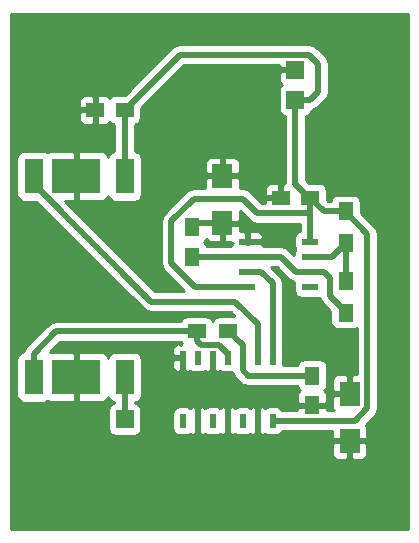
<source format=gbr>
G04 #@! TF.FileFunction,Copper,L1,Top,Signal*
%FSLAX46Y46*%
G04 Gerber Fmt 4.6, Leading zero omitted, Abs format (unit mm)*
G04 Created by KiCad (PCBNEW (2015-04-05 BZR 5577)-product) date Út 4. srpen 2015, 12:36:27 CEST*
%MOMM*%
G01*
G04 APERTURE LIST*
%ADD10C,0.100000*%
%ADD11R,1.300000X1.500000*%
%ADD12R,0.508000X1.143000*%
%ADD13R,1.399540X0.599440*%
%ADD14R,1.624000X3.000000*%
%ADD15R,4.100000X3.000000*%
%ADD16R,1.250000X1.500000*%
%ADD17R,1.500000X1.250000*%
%ADD18R,1.524000X1.524000*%
%ADD19R,1.500000X1.300000*%
%ADD20R,1.700000X2.000000*%
%ADD21C,0.500000*%
%ADD22C,0.254000*%
G04 APERTURE END LIST*
D10*
D11*
X202990000Y-112130000D03*
X202990000Y-109430000D03*
X203000000Y-115330000D03*
X203000000Y-118030000D03*
D12*
X196820000Y-121826000D03*
X195550000Y-121826000D03*
X194280000Y-121826000D03*
X193010000Y-121826000D03*
X191740000Y-121826000D03*
X190470000Y-121826000D03*
X189200000Y-121826000D03*
X189200000Y-127160000D03*
X190470000Y-127160000D03*
X191740000Y-127160000D03*
X193010000Y-127160000D03*
X194280000Y-127160000D03*
X195550000Y-127160000D03*
X196820000Y-127160000D03*
D13*
X199987000Y-112015000D03*
X194653000Y-112015000D03*
X199987000Y-113285000D03*
X199987000Y-114555000D03*
X199987000Y-115825000D03*
X194653000Y-113285000D03*
X194653000Y-114555000D03*
X194653000Y-115825000D03*
D14*
X184290000Y-106470000D03*
X184290000Y-123480000D03*
X176580000Y-123480000D03*
X176580000Y-106460000D03*
D15*
X180180000Y-106460000D03*
X180180000Y-123480000D03*
D16*
X200160000Y-125840000D03*
X200160000Y-123340000D03*
X189980000Y-110790000D03*
X189980000Y-113290000D03*
D17*
X200020000Y-108290000D03*
X197520000Y-108290000D03*
X184280000Y-100850000D03*
X181780000Y-100850000D03*
D18*
X198740000Y-97440000D03*
X198740000Y-99980000D03*
X184290000Y-127040000D03*
D19*
X190380000Y-119590000D03*
X193080000Y-119590000D03*
D20*
X192550000Y-110430000D03*
X192550000Y-106430000D03*
X203340000Y-124870000D03*
X203340000Y-128870000D03*
D21*
X192550000Y-110430000D02*
X190340000Y-110430000D01*
X190340000Y-110430000D02*
X189980000Y-110790000D01*
X196820000Y-127160000D02*
X203807202Y-127160000D01*
X204850000Y-124977202D02*
X204850000Y-123101100D01*
X203807202Y-127160000D02*
X204850000Y-126117202D01*
X204850000Y-126117202D02*
X204850000Y-124977202D01*
X204850000Y-123432202D02*
X204850000Y-123101100D01*
X204850000Y-123101100D02*
X204850000Y-111390000D01*
X194653000Y-115825000D02*
X190232798Y-115825000D01*
X190232798Y-115825000D02*
X188240000Y-113832202D01*
X188240000Y-113832202D02*
X188240000Y-110247798D01*
X188240000Y-110247798D02*
X190137798Y-108350000D01*
X190137798Y-108350000D02*
X194270000Y-108350000D01*
X194270000Y-108350000D02*
X195519944Y-109599944D01*
X195519944Y-109599944D02*
X200020000Y-109599944D01*
X198740000Y-99980000D02*
X200002000Y-99980000D01*
X200002000Y-99980000D02*
X200670000Y-99312000D01*
X200670000Y-99312000D02*
X200670000Y-96938798D01*
X200670000Y-96938798D02*
X199905201Y-96173999D01*
X199905201Y-96173999D02*
X188956001Y-96173999D01*
X188956001Y-96173999D02*
X184280000Y-100850000D01*
X198600000Y-99840000D02*
X198740000Y-99980000D01*
X204850000Y-111390000D02*
X202990000Y-109530000D01*
X202990000Y-109530000D02*
X202990000Y-109430000D01*
X199926055Y-109505999D02*
X200020000Y-109599944D01*
X200020000Y-108290000D02*
X200020000Y-109599944D01*
X200020000Y-109599944D02*
X200020000Y-111982000D01*
X198740000Y-99980000D02*
X198740000Y-107135000D01*
X198740000Y-107135000D02*
X199895000Y-108290000D01*
X199895000Y-108290000D02*
X200020000Y-108290000D01*
X202990000Y-109430000D02*
X201160000Y-109430000D01*
X201160000Y-109430000D02*
X200020000Y-108290000D01*
X200020000Y-111982000D02*
X199987000Y-112015000D01*
X184290000Y-106470000D02*
X184290000Y-100860000D01*
X184290000Y-100860000D02*
X184280000Y-100850000D01*
X200160000Y-123340000D02*
X194722500Y-123340000D01*
X194722500Y-123340000D02*
X194280000Y-122897500D01*
X194280000Y-122897500D02*
X194280000Y-121826000D01*
X193080000Y-119590000D02*
X194280000Y-120790000D01*
X194280000Y-120790000D02*
X194280000Y-121826000D01*
X194653000Y-113285000D02*
X189985000Y-113285000D01*
X189985000Y-113285000D02*
X189980000Y-113290000D01*
X199987000Y-114555000D02*
X198787230Y-114555000D01*
X198787230Y-114555000D02*
X197517230Y-113285000D01*
X197517230Y-113285000D02*
X195852770Y-113285000D01*
X195852770Y-113285000D02*
X194653000Y-113285000D01*
X203000000Y-118030000D02*
X203000000Y-117930000D01*
X203000000Y-117930000D02*
X201690000Y-116620000D01*
X201186770Y-114555000D02*
X199987000Y-114555000D01*
X201690000Y-116620000D02*
X201690000Y-115058230D01*
X201690000Y-115058230D02*
X201186770Y-114555000D01*
X184290000Y-123480000D02*
X184290000Y-127040000D01*
X199987000Y-113285000D02*
X201835000Y-113285000D01*
X201835000Y-113285000D02*
X202990000Y-112130000D01*
X203000000Y-115330000D02*
X203000000Y-112140000D01*
X203000000Y-112140000D02*
X202990000Y-112130000D01*
X176580000Y-123480000D02*
X176580000Y-121480000D01*
X176580000Y-121480000D02*
X178470000Y-119590000D01*
X178470000Y-119590000D02*
X189130000Y-119590000D01*
X189130000Y-119590000D02*
X190380000Y-119590000D01*
X190380000Y-119590000D02*
X190380000Y-120370000D01*
X190380000Y-120370000D02*
X190760499Y-120750499D01*
X190760499Y-120750499D02*
X192251999Y-120750499D01*
X192251999Y-120750499D02*
X193010000Y-121508500D01*
X193010000Y-121508500D02*
X193010000Y-121826000D01*
X194653000Y-114555000D02*
X195852770Y-114555000D01*
X195852770Y-114555000D02*
X196820000Y-115522230D01*
X196820000Y-115522230D02*
X196820000Y-120754500D01*
X196820000Y-120754500D02*
X196820000Y-121826000D01*
X176580000Y-106460000D02*
X176580000Y-107148000D01*
X176580000Y-107148000D02*
X186512000Y-117080000D01*
X186512000Y-117080000D02*
X193620000Y-117080000D01*
X193620000Y-117080000D02*
X195550000Y-119010000D01*
X195550000Y-119010000D02*
X195550000Y-120754500D01*
X195550000Y-120754500D02*
X195550000Y-121826000D01*
D22*
G36*
X190127000Y-110917000D02*
X190107000Y-110917000D01*
X190107000Y-110937000D01*
X189853000Y-110937000D01*
X189853000Y-110917000D01*
X189833000Y-110917000D01*
X189833000Y-110663000D01*
X189853000Y-110663000D01*
X189853000Y-110643000D01*
X190107000Y-110643000D01*
X190107000Y-110663000D01*
X190127000Y-110663000D01*
X190127000Y-110917000D01*
X190127000Y-110917000D01*
G37*
X190127000Y-110917000D02*
X190107000Y-110917000D01*
X190107000Y-110937000D01*
X189853000Y-110937000D01*
X189853000Y-110917000D01*
X189833000Y-110917000D01*
X189833000Y-110663000D01*
X189853000Y-110663000D01*
X189853000Y-110643000D01*
X190107000Y-110643000D01*
X190107000Y-110663000D01*
X190127000Y-110663000D01*
X190127000Y-110917000D01*
G36*
X199135000Y-111097375D02*
X199045107Y-111114817D01*
X198832303Y-111254607D01*
X198689853Y-111465640D01*
X198639790Y-111715280D01*
X198639790Y-112314720D01*
X198686767Y-112556843D01*
X198747813Y-112649774D01*
X198689853Y-112735640D01*
X198639790Y-112985280D01*
X198639790Y-113155980D01*
X198143020Y-112659210D01*
X197855905Y-112467367D01*
X197799714Y-112456189D01*
X197517230Y-112399999D01*
X197517224Y-112400000D01*
X195987770Y-112400000D01*
X195987770Y-112300750D01*
X195987770Y-111729250D01*
X195987770Y-111588971D01*
X195891097Y-111355582D01*
X195712469Y-111176953D01*
X195479080Y-111080280D01*
X195226461Y-111080280D01*
X194938750Y-111080280D01*
X194780000Y-111239030D01*
X194780000Y-111888000D01*
X195829020Y-111888000D01*
X195987770Y-111729250D01*
X195987770Y-112300750D01*
X195829020Y-112142000D01*
X194780000Y-112142000D01*
X194780000Y-112162000D01*
X194526000Y-112162000D01*
X194526000Y-112142000D01*
X194506000Y-112142000D01*
X194506000Y-111888000D01*
X194526000Y-111888000D01*
X194526000Y-111239030D01*
X194367250Y-111080280D01*
X194079539Y-111080280D01*
X194035000Y-111080280D01*
X194035000Y-110715750D01*
X193876250Y-110557000D01*
X192677000Y-110557000D01*
X192677000Y-111906250D01*
X192835750Y-112065000D01*
X193273691Y-112065000D01*
X193318230Y-112065000D01*
X193318230Y-112142002D01*
X193476978Y-112142002D01*
X193318230Y-112300750D01*
X193318230Y-112400000D01*
X191225277Y-112400000D01*
X191205463Y-112297877D01*
X191065673Y-112085073D01*
X191001362Y-112041662D01*
X191143327Y-111899698D01*
X191180918Y-111808943D01*
X191340301Y-111968327D01*
X191573690Y-112065000D01*
X191826309Y-112065000D01*
X192264250Y-112065000D01*
X192423000Y-111906250D01*
X192423000Y-110557000D01*
X192403000Y-110557000D01*
X192403000Y-110303000D01*
X192423000Y-110303000D01*
X192423000Y-110283000D01*
X192677000Y-110283000D01*
X192677000Y-110303000D01*
X193876250Y-110303000D01*
X194035000Y-110144250D01*
X194035000Y-109366579D01*
X194894151Y-110225730D01*
X194894154Y-110225734D01*
X194894155Y-110225734D01*
X195181269Y-110417577D01*
X195181270Y-110417577D01*
X195237459Y-110428754D01*
X195519944Y-110484945D01*
X195519944Y-110484944D01*
X195519949Y-110484944D01*
X199135000Y-110484944D01*
X199135000Y-111097375D01*
X199135000Y-111097375D01*
G37*
X199135000Y-111097375D02*
X199045107Y-111114817D01*
X198832303Y-111254607D01*
X198689853Y-111465640D01*
X198639790Y-111715280D01*
X198639790Y-112314720D01*
X198686767Y-112556843D01*
X198747813Y-112649774D01*
X198689853Y-112735640D01*
X198639790Y-112985280D01*
X198639790Y-113155980D01*
X198143020Y-112659210D01*
X197855905Y-112467367D01*
X197799714Y-112456189D01*
X197517230Y-112399999D01*
X197517224Y-112400000D01*
X195987770Y-112400000D01*
X195987770Y-112300750D01*
X195987770Y-111729250D01*
X195987770Y-111588971D01*
X195891097Y-111355582D01*
X195712469Y-111176953D01*
X195479080Y-111080280D01*
X195226461Y-111080280D01*
X194938750Y-111080280D01*
X194780000Y-111239030D01*
X194780000Y-111888000D01*
X195829020Y-111888000D01*
X195987770Y-111729250D01*
X195987770Y-112300750D01*
X195829020Y-112142000D01*
X194780000Y-112142000D01*
X194780000Y-112162000D01*
X194526000Y-112162000D01*
X194526000Y-112142000D01*
X194506000Y-112142000D01*
X194506000Y-111888000D01*
X194526000Y-111888000D01*
X194526000Y-111239030D01*
X194367250Y-111080280D01*
X194079539Y-111080280D01*
X194035000Y-111080280D01*
X194035000Y-110715750D01*
X193876250Y-110557000D01*
X192677000Y-110557000D01*
X192677000Y-111906250D01*
X192835750Y-112065000D01*
X193273691Y-112065000D01*
X193318230Y-112065000D01*
X193318230Y-112142002D01*
X193476978Y-112142002D01*
X193318230Y-112300750D01*
X193318230Y-112400000D01*
X191225277Y-112400000D01*
X191205463Y-112297877D01*
X191065673Y-112085073D01*
X191001362Y-112041662D01*
X191143327Y-111899698D01*
X191180918Y-111808943D01*
X191340301Y-111968327D01*
X191573690Y-112065000D01*
X191826309Y-112065000D01*
X192264250Y-112065000D01*
X192423000Y-111906250D01*
X192423000Y-110557000D01*
X192403000Y-110557000D01*
X192403000Y-110303000D01*
X192423000Y-110303000D01*
X192423000Y-110283000D01*
X192677000Y-110283000D01*
X192677000Y-110303000D01*
X193876250Y-110303000D01*
X194035000Y-110144250D01*
X194035000Y-109366579D01*
X194894151Y-110225730D01*
X194894154Y-110225734D01*
X194894155Y-110225734D01*
X195181269Y-110417577D01*
X195181270Y-110417577D01*
X195237459Y-110428754D01*
X195519944Y-110484945D01*
X195519944Y-110484944D01*
X195519949Y-110484944D01*
X199135000Y-110484944D01*
X199135000Y-111097375D01*
G36*
X208290000Y-136290000D02*
X205735001Y-136290000D01*
X205735001Y-126117202D01*
X205735000Y-126117196D01*
X205735000Y-124977202D01*
X205735000Y-123432202D01*
X205735000Y-123101100D01*
X205735000Y-111390005D01*
X205735000Y-111390000D01*
X205735001Y-111390000D01*
X205667633Y-111051325D01*
X205475790Y-110764210D01*
X205475786Y-110764207D01*
X204287440Y-109575860D01*
X204287440Y-108680000D01*
X204240463Y-108437877D01*
X204100673Y-108225073D01*
X203889640Y-108082623D01*
X203640000Y-108032560D01*
X202340000Y-108032560D01*
X202097877Y-108079537D01*
X201885073Y-108219327D01*
X201742623Y-108430360D01*
X201719633Y-108545000D01*
X201526579Y-108545000D01*
X201417440Y-108435860D01*
X201417440Y-107665000D01*
X201370463Y-107422877D01*
X201230673Y-107210073D01*
X201019640Y-107067623D01*
X200770000Y-107017560D01*
X199874139Y-107017560D01*
X199625000Y-106768420D01*
X199625000Y-101365575D01*
X199744123Y-101342463D01*
X199956927Y-101202673D01*
X200099377Y-100991640D01*
X200129874Y-100839564D01*
X200284484Y-100808810D01*
X200340674Y-100797633D01*
X200340675Y-100797633D01*
X200627790Y-100605790D01*
X201295786Y-99937792D01*
X201295790Y-99937790D01*
X201295790Y-99937789D01*
X201487633Y-99650675D01*
X201487633Y-99650674D01*
X201498810Y-99594484D01*
X201555000Y-99312000D01*
X201555001Y-99312000D01*
X201555000Y-99311994D01*
X201555000Y-96938803D01*
X201555000Y-96938798D01*
X201555001Y-96938798D01*
X201487633Y-96600123D01*
X201295790Y-96313008D01*
X201295786Y-96313005D01*
X200530991Y-95548209D01*
X200243876Y-95356366D01*
X200187685Y-95345188D01*
X199905201Y-95288998D01*
X199905195Y-95288999D01*
X188956006Y-95288999D01*
X188956001Y-95288998D01*
X188673516Y-95345188D01*
X188617326Y-95356366D01*
X188330211Y-95548209D01*
X188330208Y-95548212D01*
X184300860Y-99577560D01*
X183530000Y-99577560D01*
X183287877Y-99624537D01*
X183075073Y-99764327D01*
X183031662Y-99828637D01*
X182889698Y-99686673D01*
X182656309Y-99590000D01*
X182065750Y-99590000D01*
X181907000Y-99748750D01*
X181907000Y-100723000D01*
X181927000Y-100723000D01*
X181927000Y-100977000D01*
X181907000Y-100977000D01*
X181907000Y-101951250D01*
X182065750Y-102110000D01*
X182656309Y-102110000D01*
X182889698Y-102013327D01*
X183031176Y-101871849D01*
X183069327Y-101929927D01*
X183280360Y-102072377D01*
X183405000Y-102097372D01*
X183405000Y-104336723D01*
X183235877Y-104369537D01*
X183023073Y-104509327D01*
X182880623Y-104720360D01*
X182860213Y-104822134D01*
X182768327Y-104600302D01*
X182589699Y-104421673D01*
X182356310Y-104325000D01*
X182103691Y-104325000D01*
X181653000Y-104325000D01*
X181653000Y-101951250D01*
X181653000Y-100977000D01*
X181653000Y-100723000D01*
X181653000Y-99748750D01*
X181494250Y-99590000D01*
X180903691Y-99590000D01*
X180670302Y-99686673D01*
X180491673Y-99865301D01*
X180395000Y-100098690D01*
X180395000Y-100351309D01*
X180395000Y-100564250D01*
X180553750Y-100723000D01*
X181653000Y-100723000D01*
X181653000Y-100977000D01*
X180553750Y-100977000D01*
X180395000Y-101135750D01*
X180395000Y-101348691D01*
X180395000Y-101601310D01*
X180491673Y-101834699D01*
X180670302Y-102013327D01*
X180903691Y-102110000D01*
X181494250Y-102110000D01*
X181653000Y-101951250D01*
X181653000Y-104325000D01*
X180465750Y-104325000D01*
X180307000Y-104483750D01*
X180307000Y-106333000D01*
X180327000Y-106333000D01*
X180327000Y-106587000D01*
X180307000Y-106587000D01*
X180307000Y-108436250D01*
X180465750Y-108595000D01*
X182103691Y-108595000D01*
X182356310Y-108595000D01*
X182589699Y-108498327D01*
X182768327Y-108319698D01*
X182856913Y-108105830D01*
X182877537Y-108212123D01*
X183017327Y-108424927D01*
X183228360Y-108567377D01*
X183478000Y-108617440D01*
X185102000Y-108617440D01*
X185344123Y-108570463D01*
X185556927Y-108430673D01*
X185699377Y-108219640D01*
X185749440Y-107970000D01*
X185749440Y-104970000D01*
X185702463Y-104727877D01*
X185562673Y-104515073D01*
X185351640Y-104372623D01*
X185175000Y-104337199D01*
X185175000Y-102094306D01*
X185272123Y-102075463D01*
X185484927Y-101935673D01*
X185627377Y-101724640D01*
X185677440Y-101475000D01*
X185677440Y-100704139D01*
X189322580Y-97058999D01*
X197343000Y-97058999D01*
X197343000Y-97154250D01*
X197501750Y-97313000D01*
X198613000Y-97313000D01*
X198613000Y-97293000D01*
X198867000Y-97293000D01*
X198867000Y-97313000D01*
X198887000Y-97313000D01*
X198887000Y-97567000D01*
X198867000Y-97567000D01*
X198867000Y-97587000D01*
X198613000Y-97587000D01*
X198613000Y-97567000D01*
X197501750Y-97567000D01*
X197343000Y-97725750D01*
X197343000Y-98075691D01*
X197343000Y-98328310D01*
X197439673Y-98561699D01*
X197590807Y-98712832D01*
X197523073Y-98757327D01*
X197380623Y-98968360D01*
X197330560Y-99218000D01*
X197330560Y-100742000D01*
X197377537Y-100984123D01*
X197517327Y-101196927D01*
X197728360Y-101339377D01*
X197855000Y-101364773D01*
X197855000Y-107030000D01*
X197805750Y-107030000D01*
X197647000Y-107188750D01*
X197647000Y-108163000D01*
X197667000Y-108163000D01*
X197667000Y-108417000D01*
X197647000Y-108417000D01*
X197647000Y-108437000D01*
X197393000Y-108437000D01*
X197393000Y-108417000D01*
X197393000Y-108163000D01*
X197393000Y-107188750D01*
X197234250Y-107030000D01*
X196643691Y-107030000D01*
X196410302Y-107126673D01*
X196231673Y-107305301D01*
X196135000Y-107538690D01*
X196135000Y-107791309D01*
X196135000Y-108004250D01*
X196293750Y-108163000D01*
X197393000Y-108163000D01*
X197393000Y-108417000D01*
X196293750Y-108417000D01*
X196135000Y-108575750D01*
X196135000Y-108714944D01*
X195886523Y-108714944D01*
X194895790Y-107724210D01*
X194608675Y-107532367D01*
X194552484Y-107521189D01*
X194270000Y-107464999D01*
X194269994Y-107465000D01*
X194035000Y-107465000D01*
X194035000Y-106715750D01*
X194035000Y-106144250D01*
X194035000Y-105303691D01*
X193938327Y-105070302D01*
X193759699Y-104891673D01*
X193526310Y-104795000D01*
X193273691Y-104795000D01*
X192835750Y-104795000D01*
X192677000Y-104953750D01*
X192677000Y-106303000D01*
X193876250Y-106303000D01*
X194035000Y-106144250D01*
X194035000Y-106715750D01*
X193876250Y-106557000D01*
X192677000Y-106557000D01*
X192677000Y-106577000D01*
X192423000Y-106577000D01*
X192423000Y-106557000D01*
X192423000Y-106303000D01*
X192423000Y-104953750D01*
X192264250Y-104795000D01*
X191826309Y-104795000D01*
X191573690Y-104795000D01*
X191340301Y-104891673D01*
X191161673Y-105070302D01*
X191065000Y-105303691D01*
X191065000Y-106144250D01*
X191223750Y-106303000D01*
X192423000Y-106303000D01*
X192423000Y-106557000D01*
X191223750Y-106557000D01*
X191065000Y-106715750D01*
X191065000Y-107465000D01*
X190137803Y-107465000D01*
X190137798Y-107464999D01*
X189855313Y-107521189D01*
X189799123Y-107532367D01*
X189512008Y-107724210D01*
X189512005Y-107724213D01*
X187614210Y-109622008D01*
X187422367Y-109909123D01*
X187411189Y-109965313D01*
X187354999Y-110247798D01*
X187355000Y-110247803D01*
X187355000Y-113832196D01*
X187354999Y-113832202D01*
X187411189Y-114114686D01*
X187422367Y-114170877D01*
X187614210Y-114457992D01*
X189351218Y-116195000D01*
X186878579Y-116195000D01*
X179278579Y-108595000D01*
X179894250Y-108595000D01*
X180053000Y-108436250D01*
X180053000Y-106587000D01*
X180033000Y-106587000D01*
X180033000Y-106333000D01*
X180053000Y-106333000D01*
X180053000Y-104483750D01*
X179894250Y-104325000D01*
X178256309Y-104325000D01*
X178003690Y-104325000D01*
X177770301Y-104421673D01*
X177753705Y-104438268D01*
X177641640Y-104362623D01*
X177392000Y-104312560D01*
X175768000Y-104312560D01*
X175525877Y-104359537D01*
X175313073Y-104499327D01*
X175170623Y-104710360D01*
X175120560Y-104960000D01*
X175120560Y-107960000D01*
X175167537Y-108202123D01*
X175307327Y-108414927D01*
X175518360Y-108557377D01*
X175768000Y-108607440D01*
X176787860Y-108607440D01*
X185886207Y-117705786D01*
X185886210Y-117705790D01*
X186173325Y-117897633D01*
X186512000Y-117965001D01*
X186512000Y-117965000D01*
X186512005Y-117965000D01*
X193253420Y-117965000D01*
X193580980Y-118292560D01*
X192330000Y-118292560D01*
X192087877Y-118339537D01*
X191875073Y-118479327D01*
X191732623Y-118690360D01*
X191730783Y-118699530D01*
X191730463Y-118697877D01*
X191590673Y-118485073D01*
X191379640Y-118342623D01*
X191130000Y-118292560D01*
X189630000Y-118292560D01*
X189387877Y-118339537D01*
X189175073Y-118479327D01*
X189032623Y-118690360D01*
X189029687Y-118705000D01*
X178470005Y-118705000D01*
X178470000Y-118704999D01*
X178187515Y-118761189D01*
X178131325Y-118772367D01*
X177844210Y-118964210D01*
X177844207Y-118964213D01*
X175954210Y-120854210D01*
X175762367Y-121141325D01*
X175751189Y-121197515D01*
X175722574Y-121341373D01*
X175525877Y-121379537D01*
X175313073Y-121519327D01*
X175170623Y-121730360D01*
X175120560Y-121980000D01*
X175120560Y-124980000D01*
X175167537Y-125222123D01*
X175307327Y-125434927D01*
X175518360Y-125577377D01*
X175768000Y-125627440D01*
X177392000Y-125627440D01*
X177634123Y-125580463D01*
X177753813Y-125501839D01*
X177770301Y-125518327D01*
X178003690Y-125615000D01*
X178256309Y-125615000D01*
X179894250Y-125615000D01*
X180053000Y-125456250D01*
X180053000Y-123607000D01*
X180033000Y-123607000D01*
X180033000Y-123353000D01*
X180053000Y-123353000D01*
X180053000Y-121503750D01*
X179894250Y-121345000D01*
X178256309Y-121345000D01*
X178003690Y-121345000D01*
X177940338Y-121371241D01*
X178836579Y-120475000D01*
X189028154Y-120475000D01*
X189029537Y-120482123D01*
X189119779Y-120619500D01*
X189072998Y-120619500D01*
X189072998Y-120778248D01*
X188914250Y-120619500D01*
X188819691Y-120619500D01*
X188586302Y-120716173D01*
X188407673Y-120894801D01*
X188311000Y-121128190D01*
X188311000Y-121380809D01*
X188311000Y-121540250D01*
X188469750Y-121699000D01*
X189073000Y-121699000D01*
X189073000Y-121679000D01*
X189327000Y-121679000D01*
X189327000Y-121699000D01*
X189347000Y-121699000D01*
X189347000Y-121953000D01*
X189327000Y-121953000D01*
X189327000Y-122873750D01*
X189485750Y-123032500D01*
X189580309Y-123032500D01*
X189813698Y-122935827D01*
X189839965Y-122909559D01*
X189966360Y-122994877D01*
X190216000Y-123044940D01*
X190724000Y-123044940D01*
X190966123Y-122997963D01*
X191100298Y-122909823D01*
X191126302Y-122935827D01*
X191359691Y-123032500D01*
X191454250Y-123032500D01*
X191613000Y-122873750D01*
X191613000Y-121953000D01*
X191593000Y-121953000D01*
X191593000Y-121699000D01*
X191613000Y-121699000D01*
X191613000Y-121679000D01*
X191867000Y-121679000D01*
X191867000Y-121699000D01*
X191887000Y-121699000D01*
X191887000Y-121953000D01*
X191867000Y-121953000D01*
X191867000Y-122873750D01*
X192025750Y-123032500D01*
X192120309Y-123032500D01*
X192353698Y-122935827D01*
X192379965Y-122909559D01*
X192506360Y-122994877D01*
X192756000Y-123044940D01*
X193264000Y-123044940D01*
X193418369Y-123014989D01*
X193451189Y-123179984D01*
X193462367Y-123236175D01*
X193654210Y-123523290D01*
X194096707Y-123965786D01*
X194096710Y-123965790D01*
X194096711Y-123965790D01*
X194288554Y-124093975D01*
X194383825Y-124157633D01*
X194383826Y-124157634D01*
X194722500Y-124225001D01*
X194722500Y-124225000D01*
X194722505Y-124225000D01*
X198913752Y-124225000D01*
X198934537Y-124332123D01*
X199074327Y-124544927D01*
X199138637Y-124588337D01*
X198996673Y-124730302D01*
X198900000Y-124963691D01*
X198900000Y-125554250D01*
X199058750Y-125713000D01*
X200033000Y-125713000D01*
X200033000Y-125693000D01*
X200287000Y-125693000D01*
X200287000Y-125713000D01*
X201261250Y-125713000D01*
X201420000Y-125554250D01*
X201420000Y-124963691D01*
X201323327Y-124730302D01*
X201181849Y-124588823D01*
X201239927Y-124550673D01*
X201382377Y-124339640D01*
X201432440Y-124090000D01*
X201432440Y-122590000D01*
X201385463Y-122347877D01*
X201245673Y-122135073D01*
X201034640Y-121992623D01*
X200785000Y-121942560D01*
X199535000Y-121942560D01*
X199292877Y-121989537D01*
X199080073Y-122129327D01*
X198937623Y-122340360D01*
X198914633Y-122455000D01*
X197709908Y-122455000D01*
X197721440Y-122397500D01*
X197721440Y-121254500D01*
X197705000Y-121169767D01*
X197705000Y-120754500D01*
X197705000Y-115522235D01*
X197705000Y-115522230D01*
X197705001Y-115522230D01*
X197648810Y-115239745D01*
X197637633Y-115183556D01*
X197637633Y-115183555D01*
X197445790Y-114896441D01*
X197445790Y-114896440D01*
X197445786Y-114896437D01*
X196719349Y-114170000D01*
X197150650Y-114170000D01*
X198161437Y-115180786D01*
X198161440Y-115180790D01*
X198448555Y-115372633D01*
X198661891Y-115415069D01*
X198639790Y-115525280D01*
X198639790Y-116124720D01*
X198686767Y-116366843D01*
X198826557Y-116579647D01*
X199037590Y-116722097D01*
X199287230Y-116772160D01*
X200686770Y-116772160D01*
X200829748Y-116744419D01*
X200861189Y-116902484D01*
X200872367Y-116958675D01*
X201064210Y-117245790D01*
X201702560Y-117884139D01*
X201702560Y-118780000D01*
X201749537Y-119022123D01*
X201889327Y-119234927D01*
X202100360Y-119377377D01*
X202350000Y-119427440D01*
X203650000Y-119427440D01*
X203892123Y-119380463D01*
X203965000Y-119332590D01*
X203965000Y-123101100D01*
X203965000Y-123235000D01*
X203625750Y-123235000D01*
X203467000Y-123393750D01*
X203467000Y-124743000D01*
X203487000Y-124743000D01*
X203487000Y-124997000D01*
X203467000Y-124997000D01*
X203467000Y-125017000D01*
X203213000Y-125017000D01*
X203213000Y-124997000D01*
X203213000Y-124743000D01*
X203213000Y-123393750D01*
X203054250Y-123235000D01*
X202616309Y-123235000D01*
X202363690Y-123235000D01*
X202130301Y-123331673D01*
X201951673Y-123510302D01*
X201855000Y-123743691D01*
X201855000Y-124584250D01*
X202013750Y-124743000D01*
X203213000Y-124743000D01*
X203213000Y-124997000D01*
X202013750Y-124997000D01*
X201855000Y-125155750D01*
X201855000Y-125996309D01*
X201951673Y-126229698D01*
X201996974Y-126275000D01*
X201420000Y-126275000D01*
X201420000Y-126125750D01*
X201261250Y-125967000D01*
X200287000Y-125967000D01*
X200287000Y-125987000D01*
X200033000Y-125987000D01*
X200033000Y-125967000D01*
X199058750Y-125967000D01*
X198900000Y-126125750D01*
X198900000Y-126275000D01*
X197627575Y-126275000D01*
X197534673Y-126133573D01*
X197323640Y-125991123D01*
X197074000Y-125941060D01*
X196566000Y-125941060D01*
X196323877Y-125988037D01*
X196189701Y-126076176D01*
X196163698Y-126050173D01*
X195930309Y-125953500D01*
X195835750Y-125953500D01*
X195677000Y-126112250D01*
X195677000Y-127033000D01*
X195697000Y-127033000D01*
X195697000Y-127287000D01*
X195677000Y-127287000D01*
X195677000Y-128207750D01*
X195835750Y-128366500D01*
X195930309Y-128366500D01*
X196163698Y-128269827D01*
X196189965Y-128243559D01*
X196316360Y-128328877D01*
X196566000Y-128378940D01*
X197074000Y-128378940D01*
X197316123Y-128331963D01*
X197528927Y-128192173D01*
X197628270Y-128045000D01*
X201855000Y-128045000D01*
X201855000Y-128584250D01*
X202013750Y-128743000D01*
X203213000Y-128743000D01*
X203213000Y-128723000D01*
X203467000Y-128723000D01*
X203467000Y-128743000D01*
X204666250Y-128743000D01*
X204825000Y-128584250D01*
X204825000Y-127743691D01*
X204728327Y-127510302D01*
X204718403Y-127500378D01*
X205475786Y-126742994D01*
X205475789Y-126742992D01*
X205475790Y-126742992D01*
X205667633Y-126455877D01*
X205735000Y-126117202D01*
X205735001Y-126117202D01*
X205735001Y-136290000D01*
X204825000Y-136290000D01*
X204825000Y-129996309D01*
X204825000Y-129155750D01*
X204666250Y-128997000D01*
X203467000Y-128997000D01*
X203467000Y-130346250D01*
X203625750Y-130505000D01*
X204063691Y-130505000D01*
X204316310Y-130505000D01*
X204549699Y-130408327D01*
X204728327Y-130229698D01*
X204825000Y-129996309D01*
X204825000Y-136290000D01*
X203213000Y-136290000D01*
X203213000Y-130346250D01*
X203213000Y-128997000D01*
X202013750Y-128997000D01*
X201855000Y-129155750D01*
X201855000Y-129996309D01*
X201951673Y-130229698D01*
X202130301Y-130408327D01*
X202363690Y-130505000D01*
X202616309Y-130505000D01*
X203054250Y-130505000D01*
X203213000Y-130346250D01*
X203213000Y-136290000D01*
X195423000Y-136290000D01*
X195423000Y-128207750D01*
X195423000Y-127287000D01*
X195403000Y-127287000D01*
X195403000Y-127033000D01*
X195423000Y-127033000D01*
X195423000Y-126112250D01*
X195264250Y-125953500D01*
X195169691Y-125953500D01*
X194936302Y-126050173D01*
X194910034Y-126076440D01*
X194783640Y-125991123D01*
X194534000Y-125941060D01*
X194026000Y-125941060D01*
X193783877Y-125988037D01*
X193649701Y-126076176D01*
X193623698Y-126050173D01*
X193390309Y-125953500D01*
X193295750Y-125953500D01*
X193137000Y-126112250D01*
X193137000Y-127033000D01*
X193157000Y-127033000D01*
X193157000Y-127287000D01*
X193137000Y-127287000D01*
X193137000Y-128207750D01*
X193295750Y-128366500D01*
X193390309Y-128366500D01*
X193623698Y-128269827D01*
X193649965Y-128243559D01*
X193776360Y-128328877D01*
X194026000Y-128378940D01*
X194534000Y-128378940D01*
X194776123Y-128331963D01*
X194910298Y-128243823D01*
X194936302Y-128269827D01*
X195169691Y-128366500D01*
X195264250Y-128366500D01*
X195423000Y-128207750D01*
X195423000Y-136290000D01*
X192883000Y-136290000D01*
X192883000Y-128207750D01*
X192883000Y-127287000D01*
X192863000Y-127287000D01*
X192863000Y-127033000D01*
X192883000Y-127033000D01*
X192883000Y-126112250D01*
X192724250Y-125953500D01*
X192629691Y-125953500D01*
X192396302Y-126050173D01*
X192370034Y-126076440D01*
X192243640Y-125991123D01*
X191994000Y-125941060D01*
X191486000Y-125941060D01*
X191243877Y-125988037D01*
X191109701Y-126076176D01*
X191083698Y-126050173D01*
X190850309Y-125953500D01*
X190755750Y-125953500D01*
X190597000Y-126112250D01*
X190597000Y-127033000D01*
X190617000Y-127033000D01*
X190617000Y-127287000D01*
X190597000Y-127287000D01*
X190597000Y-128207750D01*
X190755750Y-128366500D01*
X190850309Y-128366500D01*
X191083698Y-128269827D01*
X191109965Y-128243559D01*
X191236360Y-128328877D01*
X191486000Y-128378940D01*
X191994000Y-128378940D01*
X192236123Y-128331963D01*
X192370298Y-128243823D01*
X192396302Y-128269827D01*
X192629691Y-128366500D01*
X192724250Y-128366500D01*
X192883000Y-128207750D01*
X192883000Y-136290000D01*
X190343000Y-136290000D01*
X190343000Y-128207750D01*
X190343000Y-127287000D01*
X190323000Y-127287000D01*
X190323000Y-127033000D01*
X190343000Y-127033000D01*
X190343000Y-126112250D01*
X190184250Y-125953500D01*
X190089691Y-125953500D01*
X189856302Y-126050173D01*
X189830034Y-126076440D01*
X189703640Y-125991123D01*
X189454000Y-125941060D01*
X189073000Y-125941060D01*
X189073000Y-122873750D01*
X189073000Y-121953000D01*
X188469750Y-121953000D01*
X188311000Y-122111750D01*
X188311000Y-122271191D01*
X188311000Y-122523810D01*
X188407673Y-122757199D01*
X188586302Y-122935827D01*
X188819691Y-123032500D01*
X188914250Y-123032500D01*
X189073000Y-122873750D01*
X189073000Y-125941060D01*
X188946000Y-125941060D01*
X188703877Y-125988037D01*
X188491073Y-126127827D01*
X188348623Y-126338860D01*
X188298560Y-126588500D01*
X188298560Y-127731500D01*
X188345537Y-127973623D01*
X188485327Y-128186427D01*
X188696360Y-128328877D01*
X188946000Y-128378940D01*
X189454000Y-128378940D01*
X189696123Y-128331963D01*
X189830298Y-128243823D01*
X189856302Y-128269827D01*
X190089691Y-128366500D01*
X190184250Y-128366500D01*
X190343000Y-128207750D01*
X190343000Y-136290000D01*
X185749440Y-136290000D01*
X185749440Y-124980000D01*
X185749440Y-121980000D01*
X185702463Y-121737877D01*
X185562673Y-121525073D01*
X185351640Y-121382623D01*
X185102000Y-121332560D01*
X183478000Y-121332560D01*
X183235877Y-121379537D01*
X183023073Y-121519327D01*
X182880623Y-121730360D01*
X182858861Y-121838872D01*
X182768327Y-121620302D01*
X182589699Y-121441673D01*
X182356310Y-121345000D01*
X182103691Y-121345000D01*
X180465750Y-121345000D01*
X180307000Y-121503750D01*
X180307000Y-123353000D01*
X180327000Y-123353000D01*
X180327000Y-123607000D01*
X180307000Y-123607000D01*
X180307000Y-125456250D01*
X180465750Y-125615000D01*
X182103691Y-125615000D01*
X182356310Y-125615000D01*
X182589699Y-125518327D01*
X182768327Y-125339698D01*
X182858235Y-125122640D01*
X182877537Y-125222123D01*
X183017327Y-125434927D01*
X183228360Y-125577377D01*
X183405000Y-125612800D01*
X183405000Y-125654424D01*
X183285877Y-125677537D01*
X183073073Y-125817327D01*
X182930623Y-126028360D01*
X182880560Y-126278000D01*
X182880560Y-127802000D01*
X182927537Y-128044123D01*
X183067327Y-128256927D01*
X183278360Y-128399377D01*
X183528000Y-128449440D01*
X185052000Y-128449440D01*
X185294123Y-128402463D01*
X185506927Y-128262673D01*
X185649377Y-128051640D01*
X185699440Y-127802000D01*
X185699440Y-126278000D01*
X185652463Y-126035877D01*
X185512673Y-125823073D01*
X185301640Y-125680623D01*
X185175000Y-125655226D01*
X185175000Y-125613276D01*
X185344123Y-125580463D01*
X185556927Y-125440673D01*
X185699377Y-125229640D01*
X185749440Y-124980000D01*
X185749440Y-136290000D01*
X174710000Y-136290000D01*
X174710000Y-92710000D01*
X208290000Y-92710000D01*
X208290000Y-136290000D01*
X208290000Y-136290000D01*
G37*
X208290000Y-136290000D02*
X205735001Y-136290000D01*
X205735001Y-126117202D01*
X205735000Y-126117196D01*
X205735000Y-124977202D01*
X205735000Y-123432202D01*
X205735000Y-123101100D01*
X205735000Y-111390005D01*
X205735000Y-111390000D01*
X205735001Y-111390000D01*
X205667633Y-111051325D01*
X205475790Y-110764210D01*
X205475786Y-110764207D01*
X204287440Y-109575860D01*
X204287440Y-108680000D01*
X204240463Y-108437877D01*
X204100673Y-108225073D01*
X203889640Y-108082623D01*
X203640000Y-108032560D01*
X202340000Y-108032560D01*
X202097877Y-108079537D01*
X201885073Y-108219327D01*
X201742623Y-108430360D01*
X201719633Y-108545000D01*
X201526579Y-108545000D01*
X201417440Y-108435860D01*
X201417440Y-107665000D01*
X201370463Y-107422877D01*
X201230673Y-107210073D01*
X201019640Y-107067623D01*
X200770000Y-107017560D01*
X199874139Y-107017560D01*
X199625000Y-106768420D01*
X199625000Y-101365575D01*
X199744123Y-101342463D01*
X199956927Y-101202673D01*
X200099377Y-100991640D01*
X200129874Y-100839564D01*
X200284484Y-100808810D01*
X200340674Y-100797633D01*
X200340675Y-100797633D01*
X200627790Y-100605790D01*
X201295786Y-99937792D01*
X201295790Y-99937790D01*
X201295790Y-99937789D01*
X201487633Y-99650675D01*
X201487633Y-99650674D01*
X201498810Y-99594484D01*
X201555000Y-99312000D01*
X201555001Y-99312000D01*
X201555000Y-99311994D01*
X201555000Y-96938803D01*
X201555000Y-96938798D01*
X201555001Y-96938798D01*
X201487633Y-96600123D01*
X201295790Y-96313008D01*
X201295786Y-96313005D01*
X200530991Y-95548209D01*
X200243876Y-95356366D01*
X200187685Y-95345188D01*
X199905201Y-95288998D01*
X199905195Y-95288999D01*
X188956006Y-95288999D01*
X188956001Y-95288998D01*
X188673516Y-95345188D01*
X188617326Y-95356366D01*
X188330211Y-95548209D01*
X188330208Y-95548212D01*
X184300860Y-99577560D01*
X183530000Y-99577560D01*
X183287877Y-99624537D01*
X183075073Y-99764327D01*
X183031662Y-99828637D01*
X182889698Y-99686673D01*
X182656309Y-99590000D01*
X182065750Y-99590000D01*
X181907000Y-99748750D01*
X181907000Y-100723000D01*
X181927000Y-100723000D01*
X181927000Y-100977000D01*
X181907000Y-100977000D01*
X181907000Y-101951250D01*
X182065750Y-102110000D01*
X182656309Y-102110000D01*
X182889698Y-102013327D01*
X183031176Y-101871849D01*
X183069327Y-101929927D01*
X183280360Y-102072377D01*
X183405000Y-102097372D01*
X183405000Y-104336723D01*
X183235877Y-104369537D01*
X183023073Y-104509327D01*
X182880623Y-104720360D01*
X182860213Y-104822134D01*
X182768327Y-104600302D01*
X182589699Y-104421673D01*
X182356310Y-104325000D01*
X182103691Y-104325000D01*
X181653000Y-104325000D01*
X181653000Y-101951250D01*
X181653000Y-100977000D01*
X181653000Y-100723000D01*
X181653000Y-99748750D01*
X181494250Y-99590000D01*
X180903691Y-99590000D01*
X180670302Y-99686673D01*
X180491673Y-99865301D01*
X180395000Y-100098690D01*
X180395000Y-100351309D01*
X180395000Y-100564250D01*
X180553750Y-100723000D01*
X181653000Y-100723000D01*
X181653000Y-100977000D01*
X180553750Y-100977000D01*
X180395000Y-101135750D01*
X180395000Y-101348691D01*
X180395000Y-101601310D01*
X180491673Y-101834699D01*
X180670302Y-102013327D01*
X180903691Y-102110000D01*
X181494250Y-102110000D01*
X181653000Y-101951250D01*
X181653000Y-104325000D01*
X180465750Y-104325000D01*
X180307000Y-104483750D01*
X180307000Y-106333000D01*
X180327000Y-106333000D01*
X180327000Y-106587000D01*
X180307000Y-106587000D01*
X180307000Y-108436250D01*
X180465750Y-108595000D01*
X182103691Y-108595000D01*
X182356310Y-108595000D01*
X182589699Y-108498327D01*
X182768327Y-108319698D01*
X182856913Y-108105830D01*
X182877537Y-108212123D01*
X183017327Y-108424927D01*
X183228360Y-108567377D01*
X183478000Y-108617440D01*
X185102000Y-108617440D01*
X185344123Y-108570463D01*
X185556927Y-108430673D01*
X185699377Y-108219640D01*
X185749440Y-107970000D01*
X185749440Y-104970000D01*
X185702463Y-104727877D01*
X185562673Y-104515073D01*
X185351640Y-104372623D01*
X185175000Y-104337199D01*
X185175000Y-102094306D01*
X185272123Y-102075463D01*
X185484927Y-101935673D01*
X185627377Y-101724640D01*
X185677440Y-101475000D01*
X185677440Y-100704139D01*
X189322580Y-97058999D01*
X197343000Y-97058999D01*
X197343000Y-97154250D01*
X197501750Y-97313000D01*
X198613000Y-97313000D01*
X198613000Y-97293000D01*
X198867000Y-97293000D01*
X198867000Y-97313000D01*
X198887000Y-97313000D01*
X198887000Y-97567000D01*
X198867000Y-97567000D01*
X198867000Y-97587000D01*
X198613000Y-97587000D01*
X198613000Y-97567000D01*
X197501750Y-97567000D01*
X197343000Y-97725750D01*
X197343000Y-98075691D01*
X197343000Y-98328310D01*
X197439673Y-98561699D01*
X197590807Y-98712832D01*
X197523073Y-98757327D01*
X197380623Y-98968360D01*
X197330560Y-99218000D01*
X197330560Y-100742000D01*
X197377537Y-100984123D01*
X197517327Y-101196927D01*
X197728360Y-101339377D01*
X197855000Y-101364773D01*
X197855000Y-107030000D01*
X197805750Y-107030000D01*
X197647000Y-107188750D01*
X197647000Y-108163000D01*
X197667000Y-108163000D01*
X197667000Y-108417000D01*
X197647000Y-108417000D01*
X197647000Y-108437000D01*
X197393000Y-108437000D01*
X197393000Y-108417000D01*
X197393000Y-108163000D01*
X197393000Y-107188750D01*
X197234250Y-107030000D01*
X196643691Y-107030000D01*
X196410302Y-107126673D01*
X196231673Y-107305301D01*
X196135000Y-107538690D01*
X196135000Y-107791309D01*
X196135000Y-108004250D01*
X196293750Y-108163000D01*
X197393000Y-108163000D01*
X197393000Y-108417000D01*
X196293750Y-108417000D01*
X196135000Y-108575750D01*
X196135000Y-108714944D01*
X195886523Y-108714944D01*
X194895790Y-107724210D01*
X194608675Y-107532367D01*
X194552484Y-107521189D01*
X194270000Y-107464999D01*
X194269994Y-107465000D01*
X194035000Y-107465000D01*
X194035000Y-106715750D01*
X194035000Y-106144250D01*
X194035000Y-105303691D01*
X193938327Y-105070302D01*
X193759699Y-104891673D01*
X193526310Y-104795000D01*
X193273691Y-104795000D01*
X192835750Y-104795000D01*
X192677000Y-104953750D01*
X192677000Y-106303000D01*
X193876250Y-106303000D01*
X194035000Y-106144250D01*
X194035000Y-106715750D01*
X193876250Y-106557000D01*
X192677000Y-106557000D01*
X192677000Y-106577000D01*
X192423000Y-106577000D01*
X192423000Y-106557000D01*
X192423000Y-106303000D01*
X192423000Y-104953750D01*
X192264250Y-104795000D01*
X191826309Y-104795000D01*
X191573690Y-104795000D01*
X191340301Y-104891673D01*
X191161673Y-105070302D01*
X191065000Y-105303691D01*
X191065000Y-106144250D01*
X191223750Y-106303000D01*
X192423000Y-106303000D01*
X192423000Y-106557000D01*
X191223750Y-106557000D01*
X191065000Y-106715750D01*
X191065000Y-107465000D01*
X190137803Y-107465000D01*
X190137798Y-107464999D01*
X189855313Y-107521189D01*
X189799123Y-107532367D01*
X189512008Y-107724210D01*
X189512005Y-107724213D01*
X187614210Y-109622008D01*
X187422367Y-109909123D01*
X187411189Y-109965313D01*
X187354999Y-110247798D01*
X187355000Y-110247803D01*
X187355000Y-113832196D01*
X187354999Y-113832202D01*
X187411189Y-114114686D01*
X187422367Y-114170877D01*
X187614210Y-114457992D01*
X189351218Y-116195000D01*
X186878579Y-116195000D01*
X179278579Y-108595000D01*
X179894250Y-108595000D01*
X180053000Y-108436250D01*
X180053000Y-106587000D01*
X180033000Y-106587000D01*
X180033000Y-106333000D01*
X180053000Y-106333000D01*
X180053000Y-104483750D01*
X179894250Y-104325000D01*
X178256309Y-104325000D01*
X178003690Y-104325000D01*
X177770301Y-104421673D01*
X177753705Y-104438268D01*
X177641640Y-104362623D01*
X177392000Y-104312560D01*
X175768000Y-104312560D01*
X175525877Y-104359537D01*
X175313073Y-104499327D01*
X175170623Y-104710360D01*
X175120560Y-104960000D01*
X175120560Y-107960000D01*
X175167537Y-108202123D01*
X175307327Y-108414927D01*
X175518360Y-108557377D01*
X175768000Y-108607440D01*
X176787860Y-108607440D01*
X185886207Y-117705786D01*
X185886210Y-117705790D01*
X186173325Y-117897633D01*
X186512000Y-117965001D01*
X186512000Y-117965000D01*
X186512005Y-117965000D01*
X193253420Y-117965000D01*
X193580980Y-118292560D01*
X192330000Y-118292560D01*
X192087877Y-118339537D01*
X191875073Y-118479327D01*
X191732623Y-118690360D01*
X191730783Y-118699530D01*
X191730463Y-118697877D01*
X191590673Y-118485073D01*
X191379640Y-118342623D01*
X191130000Y-118292560D01*
X189630000Y-118292560D01*
X189387877Y-118339537D01*
X189175073Y-118479327D01*
X189032623Y-118690360D01*
X189029687Y-118705000D01*
X178470005Y-118705000D01*
X178470000Y-118704999D01*
X178187515Y-118761189D01*
X178131325Y-118772367D01*
X177844210Y-118964210D01*
X177844207Y-118964213D01*
X175954210Y-120854210D01*
X175762367Y-121141325D01*
X175751189Y-121197515D01*
X175722574Y-121341373D01*
X175525877Y-121379537D01*
X175313073Y-121519327D01*
X175170623Y-121730360D01*
X175120560Y-121980000D01*
X175120560Y-124980000D01*
X175167537Y-125222123D01*
X175307327Y-125434927D01*
X175518360Y-125577377D01*
X175768000Y-125627440D01*
X177392000Y-125627440D01*
X177634123Y-125580463D01*
X177753813Y-125501839D01*
X177770301Y-125518327D01*
X178003690Y-125615000D01*
X178256309Y-125615000D01*
X179894250Y-125615000D01*
X180053000Y-125456250D01*
X180053000Y-123607000D01*
X180033000Y-123607000D01*
X180033000Y-123353000D01*
X180053000Y-123353000D01*
X180053000Y-121503750D01*
X179894250Y-121345000D01*
X178256309Y-121345000D01*
X178003690Y-121345000D01*
X177940338Y-121371241D01*
X178836579Y-120475000D01*
X189028154Y-120475000D01*
X189029537Y-120482123D01*
X189119779Y-120619500D01*
X189072998Y-120619500D01*
X189072998Y-120778248D01*
X188914250Y-120619500D01*
X188819691Y-120619500D01*
X188586302Y-120716173D01*
X188407673Y-120894801D01*
X188311000Y-121128190D01*
X188311000Y-121380809D01*
X188311000Y-121540250D01*
X188469750Y-121699000D01*
X189073000Y-121699000D01*
X189073000Y-121679000D01*
X189327000Y-121679000D01*
X189327000Y-121699000D01*
X189347000Y-121699000D01*
X189347000Y-121953000D01*
X189327000Y-121953000D01*
X189327000Y-122873750D01*
X189485750Y-123032500D01*
X189580309Y-123032500D01*
X189813698Y-122935827D01*
X189839965Y-122909559D01*
X189966360Y-122994877D01*
X190216000Y-123044940D01*
X190724000Y-123044940D01*
X190966123Y-122997963D01*
X191100298Y-122909823D01*
X191126302Y-122935827D01*
X191359691Y-123032500D01*
X191454250Y-123032500D01*
X191613000Y-122873750D01*
X191613000Y-121953000D01*
X191593000Y-121953000D01*
X191593000Y-121699000D01*
X191613000Y-121699000D01*
X191613000Y-121679000D01*
X191867000Y-121679000D01*
X191867000Y-121699000D01*
X191887000Y-121699000D01*
X191887000Y-121953000D01*
X191867000Y-121953000D01*
X191867000Y-122873750D01*
X192025750Y-123032500D01*
X192120309Y-123032500D01*
X192353698Y-122935827D01*
X192379965Y-122909559D01*
X192506360Y-122994877D01*
X192756000Y-123044940D01*
X193264000Y-123044940D01*
X193418369Y-123014989D01*
X193451189Y-123179984D01*
X193462367Y-123236175D01*
X193654210Y-123523290D01*
X194096707Y-123965786D01*
X194096710Y-123965790D01*
X194096711Y-123965790D01*
X194288554Y-124093975D01*
X194383825Y-124157633D01*
X194383826Y-124157634D01*
X194722500Y-124225001D01*
X194722500Y-124225000D01*
X194722505Y-124225000D01*
X198913752Y-124225000D01*
X198934537Y-124332123D01*
X199074327Y-124544927D01*
X199138637Y-124588337D01*
X198996673Y-124730302D01*
X198900000Y-124963691D01*
X198900000Y-125554250D01*
X199058750Y-125713000D01*
X200033000Y-125713000D01*
X200033000Y-125693000D01*
X200287000Y-125693000D01*
X200287000Y-125713000D01*
X201261250Y-125713000D01*
X201420000Y-125554250D01*
X201420000Y-124963691D01*
X201323327Y-124730302D01*
X201181849Y-124588823D01*
X201239927Y-124550673D01*
X201382377Y-124339640D01*
X201432440Y-124090000D01*
X201432440Y-122590000D01*
X201385463Y-122347877D01*
X201245673Y-122135073D01*
X201034640Y-121992623D01*
X200785000Y-121942560D01*
X199535000Y-121942560D01*
X199292877Y-121989537D01*
X199080073Y-122129327D01*
X198937623Y-122340360D01*
X198914633Y-122455000D01*
X197709908Y-122455000D01*
X197721440Y-122397500D01*
X197721440Y-121254500D01*
X197705000Y-121169767D01*
X197705000Y-120754500D01*
X197705000Y-115522235D01*
X197705000Y-115522230D01*
X197705001Y-115522230D01*
X197648810Y-115239745D01*
X197637633Y-115183556D01*
X197637633Y-115183555D01*
X197445790Y-114896441D01*
X197445790Y-114896440D01*
X197445786Y-114896437D01*
X196719349Y-114170000D01*
X197150650Y-114170000D01*
X198161437Y-115180786D01*
X198161440Y-115180790D01*
X198448555Y-115372633D01*
X198661891Y-115415069D01*
X198639790Y-115525280D01*
X198639790Y-116124720D01*
X198686767Y-116366843D01*
X198826557Y-116579647D01*
X199037590Y-116722097D01*
X199287230Y-116772160D01*
X200686770Y-116772160D01*
X200829748Y-116744419D01*
X200861189Y-116902484D01*
X200872367Y-116958675D01*
X201064210Y-117245790D01*
X201702560Y-117884139D01*
X201702560Y-118780000D01*
X201749537Y-119022123D01*
X201889327Y-119234927D01*
X202100360Y-119377377D01*
X202350000Y-119427440D01*
X203650000Y-119427440D01*
X203892123Y-119380463D01*
X203965000Y-119332590D01*
X203965000Y-123101100D01*
X203965000Y-123235000D01*
X203625750Y-123235000D01*
X203467000Y-123393750D01*
X203467000Y-124743000D01*
X203487000Y-124743000D01*
X203487000Y-124997000D01*
X203467000Y-124997000D01*
X203467000Y-125017000D01*
X203213000Y-125017000D01*
X203213000Y-124997000D01*
X203213000Y-124743000D01*
X203213000Y-123393750D01*
X203054250Y-123235000D01*
X202616309Y-123235000D01*
X202363690Y-123235000D01*
X202130301Y-123331673D01*
X201951673Y-123510302D01*
X201855000Y-123743691D01*
X201855000Y-124584250D01*
X202013750Y-124743000D01*
X203213000Y-124743000D01*
X203213000Y-124997000D01*
X202013750Y-124997000D01*
X201855000Y-125155750D01*
X201855000Y-125996309D01*
X201951673Y-126229698D01*
X201996974Y-126275000D01*
X201420000Y-126275000D01*
X201420000Y-126125750D01*
X201261250Y-125967000D01*
X200287000Y-125967000D01*
X200287000Y-125987000D01*
X200033000Y-125987000D01*
X200033000Y-125967000D01*
X199058750Y-125967000D01*
X198900000Y-126125750D01*
X198900000Y-126275000D01*
X197627575Y-126275000D01*
X197534673Y-126133573D01*
X197323640Y-125991123D01*
X197074000Y-125941060D01*
X196566000Y-125941060D01*
X196323877Y-125988037D01*
X196189701Y-126076176D01*
X196163698Y-126050173D01*
X195930309Y-125953500D01*
X195835750Y-125953500D01*
X195677000Y-126112250D01*
X195677000Y-127033000D01*
X195697000Y-127033000D01*
X195697000Y-127287000D01*
X195677000Y-127287000D01*
X195677000Y-128207750D01*
X195835750Y-128366500D01*
X195930309Y-128366500D01*
X196163698Y-128269827D01*
X196189965Y-128243559D01*
X196316360Y-128328877D01*
X196566000Y-128378940D01*
X197074000Y-128378940D01*
X197316123Y-128331963D01*
X197528927Y-128192173D01*
X197628270Y-128045000D01*
X201855000Y-128045000D01*
X201855000Y-128584250D01*
X202013750Y-128743000D01*
X203213000Y-128743000D01*
X203213000Y-128723000D01*
X203467000Y-128723000D01*
X203467000Y-128743000D01*
X204666250Y-128743000D01*
X204825000Y-128584250D01*
X204825000Y-127743691D01*
X204728327Y-127510302D01*
X204718403Y-127500378D01*
X205475786Y-126742994D01*
X205475789Y-126742992D01*
X205475790Y-126742992D01*
X205667633Y-126455877D01*
X205735000Y-126117202D01*
X205735001Y-126117202D01*
X205735001Y-136290000D01*
X204825000Y-136290000D01*
X204825000Y-129996309D01*
X204825000Y-129155750D01*
X204666250Y-128997000D01*
X203467000Y-128997000D01*
X203467000Y-130346250D01*
X203625750Y-130505000D01*
X204063691Y-130505000D01*
X204316310Y-130505000D01*
X204549699Y-130408327D01*
X204728327Y-130229698D01*
X204825000Y-129996309D01*
X204825000Y-136290000D01*
X203213000Y-136290000D01*
X203213000Y-130346250D01*
X203213000Y-128997000D01*
X202013750Y-128997000D01*
X201855000Y-129155750D01*
X201855000Y-129996309D01*
X201951673Y-130229698D01*
X202130301Y-130408327D01*
X202363690Y-130505000D01*
X202616309Y-130505000D01*
X203054250Y-130505000D01*
X203213000Y-130346250D01*
X203213000Y-136290000D01*
X195423000Y-136290000D01*
X195423000Y-128207750D01*
X195423000Y-127287000D01*
X195403000Y-127287000D01*
X195403000Y-127033000D01*
X195423000Y-127033000D01*
X195423000Y-126112250D01*
X195264250Y-125953500D01*
X195169691Y-125953500D01*
X194936302Y-126050173D01*
X194910034Y-126076440D01*
X194783640Y-125991123D01*
X194534000Y-125941060D01*
X194026000Y-125941060D01*
X193783877Y-125988037D01*
X193649701Y-126076176D01*
X193623698Y-126050173D01*
X193390309Y-125953500D01*
X193295750Y-125953500D01*
X193137000Y-126112250D01*
X193137000Y-127033000D01*
X193157000Y-127033000D01*
X193157000Y-127287000D01*
X193137000Y-127287000D01*
X193137000Y-128207750D01*
X193295750Y-128366500D01*
X193390309Y-128366500D01*
X193623698Y-128269827D01*
X193649965Y-128243559D01*
X193776360Y-128328877D01*
X194026000Y-128378940D01*
X194534000Y-128378940D01*
X194776123Y-128331963D01*
X194910298Y-128243823D01*
X194936302Y-128269827D01*
X195169691Y-128366500D01*
X195264250Y-128366500D01*
X195423000Y-128207750D01*
X195423000Y-136290000D01*
X192883000Y-136290000D01*
X192883000Y-128207750D01*
X192883000Y-127287000D01*
X192863000Y-127287000D01*
X192863000Y-127033000D01*
X192883000Y-127033000D01*
X192883000Y-126112250D01*
X192724250Y-125953500D01*
X192629691Y-125953500D01*
X192396302Y-126050173D01*
X192370034Y-126076440D01*
X192243640Y-125991123D01*
X191994000Y-125941060D01*
X191486000Y-125941060D01*
X191243877Y-125988037D01*
X191109701Y-126076176D01*
X191083698Y-126050173D01*
X190850309Y-125953500D01*
X190755750Y-125953500D01*
X190597000Y-126112250D01*
X190597000Y-127033000D01*
X190617000Y-127033000D01*
X190617000Y-127287000D01*
X190597000Y-127287000D01*
X190597000Y-128207750D01*
X190755750Y-128366500D01*
X190850309Y-128366500D01*
X191083698Y-128269827D01*
X191109965Y-128243559D01*
X191236360Y-128328877D01*
X191486000Y-128378940D01*
X191994000Y-128378940D01*
X192236123Y-128331963D01*
X192370298Y-128243823D01*
X192396302Y-128269827D01*
X192629691Y-128366500D01*
X192724250Y-128366500D01*
X192883000Y-128207750D01*
X192883000Y-136290000D01*
X190343000Y-136290000D01*
X190343000Y-128207750D01*
X190343000Y-127287000D01*
X190323000Y-127287000D01*
X190323000Y-127033000D01*
X190343000Y-127033000D01*
X190343000Y-126112250D01*
X190184250Y-125953500D01*
X190089691Y-125953500D01*
X189856302Y-126050173D01*
X189830034Y-126076440D01*
X189703640Y-125991123D01*
X189454000Y-125941060D01*
X189073000Y-125941060D01*
X189073000Y-122873750D01*
X189073000Y-121953000D01*
X188469750Y-121953000D01*
X188311000Y-122111750D01*
X188311000Y-122271191D01*
X188311000Y-122523810D01*
X188407673Y-122757199D01*
X188586302Y-122935827D01*
X188819691Y-123032500D01*
X188914250Y-123032500D01*
X189073000Y-122873750D01*
X189073000Y-125941060D01*
X188946000Y-125941060D01*
X188703877Y-125988037D01*
X188491073Y-126127827D01*
X188348623Y-126338860D01*
X188298560Y-126588500D01*
X188298560Y-127731500D01*
X188345537Y-127973623D01*
X188485327Y-128186427D01*
X188696360Y-128328877D01*
X188946000Y-128378940D01*
X189454000Y-128378940D01*
X189696123Y-128331963D01*
X189830298Y-128243823D01*
X189856302Y-128269827D01*
X190089691Y-128366500D01*
X190184250Y-128366500D01*
X190343000Y-128207750D01*
X190343000Y-136290000D01*
X185749440Y-136290000D01*
X185749440Y-124980000D01*
X185749440Y-121980000D01*
X185702463Y-121737877D01*
X185562673Y-121525073D01*
X185351640Y-121382623D01*
X185102000Y-121332560D01*
X183478000Y-121332560D01*
X183235877Y-121379537D01*
X183023073Y-121519327D01*
X182880623Y-121730360D01*
X182858861Y-121838872D01*
X182768327Y-121620302D01*
X182589699Y-121441673D01*
X182356310Y-121345000D01*
X182103691Y-121345000D01*
X180465750Y-121345000D01*
X180307000Y-121503750D01*
X180307000Y-123353000D01*
X180327000Y-123353000D01*
X180327000Y-123607000D01*
X180307000Y-123607000D01*
X180307000Y-125456250D01*
X180465750Y-125615000D01*
X182103691Y-125615000D01*
X182356310Y-125615000D01*
X182589699Y-125518327D01*
X182768327Y-125339698D01*
X182858235Y-125122640D01*
X182877537Y-125222123D01*
X183017327Y-125434927D01*
X183228360Y-125577377D01*
X183405000Y-125612800D01*
X183405000Y-125654424D01*
X183285877Y-125677537D01*
X183073073Y-125817327D01*
X182930623Y-126028360D01*
X182880560Y-126278000D01*
X182880560Y-127802000D01*
X182927537Y-128044123D01*
X183067327Y-128256927D01*
X183278360Y-128399377D01*
X183528000Y-128449440D01*
X185052000Y-128449440D01*
X185294123Y-128402463D01*
X185506927Y-128262673D01*
X185649377Y-128051640D01*
X185699440Y-127802000D01*
X185699440Y-126278000D01*
X185652463Y-126035877D01*
X185512673Y-125823073D01*
X185301640Y-125680623D01*
X185175000Y-125655226D01*
X185175000Y-125613276D01*
X185344123Y-125580463D01*
X185556927Y-125440673D01*
X185699377Y-125229640D01*
X185749440Y-124980000D01*
X185749440Y-136290000D01*
X174710000Y-136290000D01*
X174710000Y-92710000D01*
X208290000Y-92710000D01*
X208290000Y-136290000D01*
M02*

</source>
